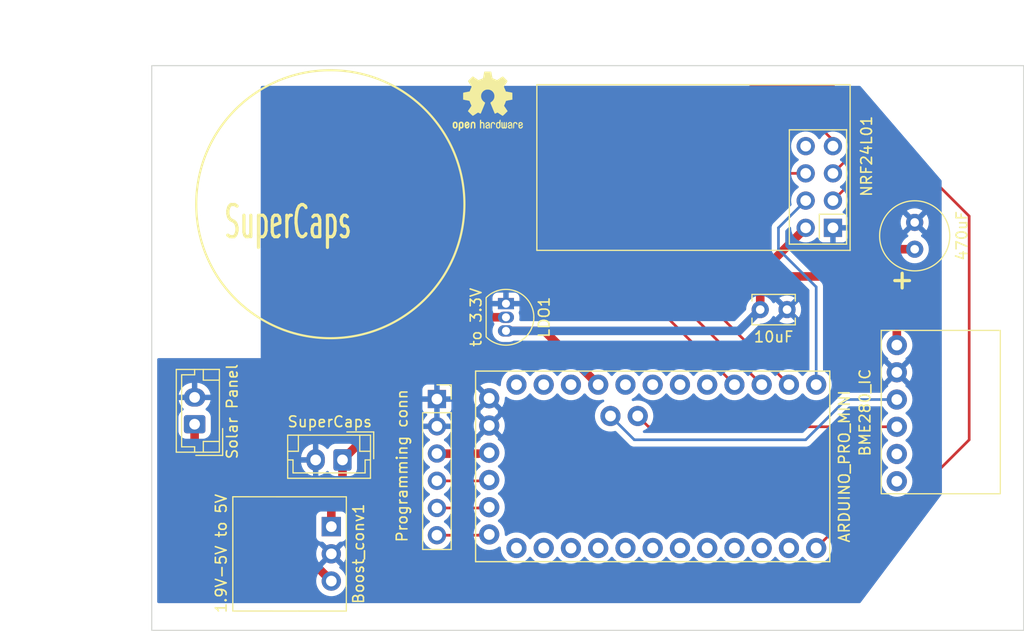
<source format=kicad_pcb>
(kicad_pcb (version 20211014) (generator pcbnew)
  (layers (0 "F.Cu" signal) (31 "B.Cu" signal) (34 "B.Paste" user) (35 "F.Paste" user) (36 "B.SilkS" user "B.Silkscreen") (37 "F.SilkS" user "F.Silkscreen") (38 "B.Mask" user) (39 "F.Mask" user) (44 "Edge.Cuts" user))
  (net 0 "")
  (net 1 "SuperCap")
  (net 2 "Solar Panel")
  (net 3 "GND")
  (net 4 "/VCC")
  (net 7 "Net-(U1-Pad3)")
  (net 8 "Net-(U1-Pad4)")
  (net 9 "Net-(U1-Pad5)")
  (net 10 "Net-(U1-Pad6)")
  (net 11 "Net-(U1-Pad7)")
  (net 26 "/TX")
  (net 27 "/RX")
  (net 28 "/DTR")
  (net 34 "Net-(U2-PadJP2_2)")
  (net 35 "Net-(U2-PadJP2_1)")
  (net 36 "/VCC1")
  (footprint "Symbol:OSHW-Logo2_7.3x6mm_SilkScreen" (layer "F.Cu") (at 191.342599 39.528863)
    (fp_text reference "REF**" hide)
    (fp_text value "OSHW-Logo2_7.3x6mm_SilkScreen" hide)
    (fp_poly (pts (xy 3.153595 1.966966) (xy 3.211021 2.004497) (xy 3.238719 2.038096) (xy 3.260662 2.099064) (xy 3.262405 2.147308) (xy 3.258457 2.211816) (xy 3.109686 2.276934) (xy 3.037349 2.310202) (xy 2.990084 2.336964) (xy 2.965507 2.360144) (xy 2.961237 2.382667) (xy 2.974889 2.407455) (xy 2.989943 2.423886) (xy 3.033746 2.450235) (xy 3.081389 2.452081) (xy 3.125145 2.431546) (xy 3.157289 2.390752) (xy 3.163038 2.376347) (xy 3.190576 2.331356) (xy 3.222258 2.312182) (xy 3.265714 2.295779) (xy 3.265714 2.357966) (xy 3.261872 2.400283) (xy 3.246823 2.435969) (xy 3.21528 2.476943) (xy 3.210592 2.482267) (xy 3.175506 2.51872) (xy 3.145347 2.538283) (xy 3.107615 2.547283) (xy 3.076335 2.55023) (xy 3.020385 2.550965) (xy 2.980555 2.54166) (xy 2.955708 2.527846) (xy 2.916656 2.497467) (xy 2.889625 2.464613) (xy 2.872517 2.423294) (xy 2.863238 2.367521) (xy 2.859693 2.291305) (xy 2.85941 2.252622) (xy 2.860372 2.206247) (xy 2.948007 2.206247) (xy 2.949023 2.231126) (xy 2.951556 2.2352) (xy 2.968274 2.229665) (xy 3.004249 2.215017) (xy 3.052331 2.19419) (xy 3.062386 2.189714) (xy 3.123152 2.158814) (xy 3.156632 2.131657) (xy 3.16399 2.10622) (xy 3.146391 2.080481) (xy 3.131856 2.069109) (xy 3.07941 2.046364) (xy 3.030322 2.050122) (xy 2.989227 2.077884) (xy 2.960758 2.127152) (xy 2.951631 2.166257) (xy 2.948007 2.206247) (xy 2.860372 2.206247) (xy 2.861285 2.162249) (xy 2.868196 2.095384) (xy 2.881884 2.046695) (xy 2.904096 2.010849) (xy 2.936574 1.982513) (xy 2.950733 1.973355) (xy 3.015053 1.949507) (xy 3.085473 1.948006) (xy 3.153595 1.966966)) (layer "F.SilkS") (width 0.01) (fill solid))
    (fp_poly (pts (xy -2.400256 1.919918) (xy -2.344799 1.947568) (xy -2.295852 1.99848) (xy -2.282371 2.017338) (xy -2.267686 2.042015) (xy -2.258158 2.068816) (xy -2.252707 2.104587) (xy -2.250253 2.156169) (xy -2.249714 2.224267) (xy -2.252148 2.317588) (xy -2.260606 2.387657) (xy -2.276826 2.439931) (xy -2.302546 2.479869) (xy -2.339503 2.512929) (xy -2.342218 2.514886) (xy -2.37864 2.534908) (xy -2.422498 2.544815) (xy -2.478276 2.547257) (xy -2.568952 2.547257) (xy -2.56899 2.635283) (xy -2.569834 2.684308) (xy -2.574976 2.713065) (xy -2.588413 2.730311) (xy -2.614142 2.744808) (xy -2.620321 2.747769) (xy -2.649236 2.761648) (xy -2.671624 2.770414) (xy -2.688271 2.771171) (xy -2.699964 2.761023) (xy -2.70749 2.737073) (xy -2.711634 2.696426) (xy -2.713185 2.636186) (xy -2.712929 2.553455) (xy -2.711651 2.445339) (xy -2.711252 2.413) (xy -2.709815 2.301524) (xy -2.708528 2.228603) (xy -2.569029 2.228603) (xy -2.568245 2.290499) (xy -2.56476 2.330997) (xy -2.556876 2.357708) (xy -2.542895 2.378244) (xy -2.533403 2.38826) (xy -2.494596 2.417567) (xy -2.460237 2.419952) (xy -2.424784 2.39575) (xy -2.423886 2.394857) (xy -2.409461 2.376153) (xy -2.400687 2.350732) (xy -2.396261 2.311584) (xy -2.394882 2.251697) (xy -2.394857 2.23843) (xy -2.398188 2.155901) (xy -2.409031 2.098691) (xy -2.42866 2.063766) (xy -2.45835 2.048094) (xy -2.475509 2.046514) (xy -2.516234 2.053926) (xy -2.544168 2.07833) (xy -2.560983 2.12298) (xy -2.56835 2.19113) (xy -2.569029 2.228603) (xy -2.708528 2.228603) (xy -2.708292 2.215245) (xy -2.706323 2.150333) (xy -2.70355 2.102958) (xy -2.699612 2.06929) (xy -2.694151 2.045498) (xy -2.686808 2.027753) (xy -2.677223 2.012224) (xy -2.673113 2.006381) (xy -2.618595 1.951185) (xy -2.549664 1.91989) (xy -2.469928 1.911165) (xy -2.400256 1.919918)) (layer "F.SilkS") (width 0.01) (fill solid))
    (fp_poly (pts (xy -2.958885 1.921962) (xy -2.890855 1.957733) (xy -2.840649 2.015301) (xy -2.822815 2.052312) (xy -2.808937 2.107882) (xy -2.801833 2.178096) (xy -2.80116 2.254727) (xy -2.806573 2.329552) (xy -2.81773 2.394342) (xy -2.834286 2.440873) (xy -2.839374 2.448887) (xy -2.899645 2.508707) (xy -2.971231 2.544535) (xy -3.048908 2.55502) (xy -3.127452 2.53881) (xy -3.149311 2.529092) (xy -3.191878 2.499143) (xy -3.229237 2.459433) (xy -3.232768 2.454397) (xy -3.247119 2.430124) (xy -3.256606 2.404178) (xy -3.26221 2.370022) (xy -3.264914 2.321119) (xy -3.265701 2.250935) (xy -3.265714 2.2352) (xy -3.265678 2.230192) (xy -3.120571 2.230192) (xy -3.119727 2.29643) (xy -3.116404 2.340386) (xy -3.109417 2.368779) (xy -3.097584 2.388325) (xy -3.091543 2.394857) (xy -3.056814 2.41968) (xy -3.023097 2.418548) (xy -2.989005 2.397016) (xy -2.968671 2.374029) (xy -2.956629 2.340478) (xy -2.949866 2.287569) (xy -2.949402 2.281399) (xy -2.948248 2.185513) (xy -2.960312 2.114299) (xy -2.98543 2.068194) (xy -3.02344 2.047635) (xy -3.037008 2.046514) (xy -3.072636 2.052152) (xy -3.097006 2.071686) (xy -3.111907 2.109042) (xy -3.119125 2.16815) (xy -3.120571 2.230192) (xy -3.265678 2.230192) (xy -3.265174 2.160413) (xy -3.262904 2.108159) (xy -3.257932 2.071949) (xy -3.249287 2.045299) (xy -3.235995 2.021722) (xy -3.233057 2.017338) (xy -3.183687 1.958249) (xy -3.129891 1.923947) (xy -3.064398 1.910331) (xy -3.042158 1.909665) (xy -2.958885 1.921962)) (layer "F.SilkS") (width 0.01) (fill solid))
    (fp_poly (pts (xy -1.831697 1.931239) (xy -1.774473 1.969735) (xy -1.730251 2.025335) (xy -1.703833 2.096086) (xy -1.69849 2.148162) (xy -1.699097 2.169893) (xy -1.704178 2.186531) (xy -1.718145 2.201437) (xy -1.745411 2.217973) (xy -1.790388 2.239498) (xy -1.857489 2.269374) (xy -1.857829 2.269524) (xy -1.919593 2.297813) (xy -1.970241 2.322933) (xy -2.004596 2.342179) (xy -2.017482 2.352848) (xy -2.017486 2.352934) (xy -2.006128 2.376166) (xy -1.979569 2.401774) (xy -1.949077 2.420221) (xy -1.93363 2.423886) (xy -1.891485 2.411212) (xy -1.855192 2.379471) (xy -1.837483 2.344572) (xy -1.820448 2.318845) (xy -1.787078 2.289546) (xy -1.747851 2.264235) (xy -1.713244 2.250471) (xy -1.706007 2.249714) (xy -1.697861 2.26216) (xy -1.69737 2.293972) (xy -1.703357 2.336866) (xy -1.714643 2.382558) (xy -1.73005 2.422761) (xy -1.730829 2.424322) (xy -1.777196 2.489062) (xy -1.837289 2.533097) (xy -1.905535 2.554711) (xy -1.976362 2.552185) (xy -2.044196 2.523804) (xy -2.047212 2.521808) (xy -2.100573 2.473448) (xy -2.13566 2.410352) (xy -2.155078 2.327387) (xy -2.157684 2.304078) (xy -2.162299 2.194055) (xy -2.156767 2.142748) (xy -2.017486 2.142748) (xy -2.015676 2.174753) (xy -2.005778 2.184093) (xy -1.981102 2.177105) (xy -1.942205 2.160587) (xy -1.898725 2.139881) (xy -1.897644 2.139333) (xy -1.860791 2.119949) (xy -1.846 2.107013) (xy -1.849647 2.093451) (xy -1.865005 2.075632) (xy -1.904077 2.049845) (xy -1.946154 2.04795) (xy -1.983897 2.066717) (xy -2.009966 2.102915) (xy -2.017486 2.142748) (xy -2.156767 2.142748) (xy -2.152806 2.106027) (xy -2.12845 2.036212) (xy -2.094544 1.987302) (xy -2.033347 1.937878) (xy -1.965937 1.913359) (xy -1.89712 1.911797) (xy -1.831697 1.931239)) (layer "F.SilkS") (width 0.01) (fill solid))
    (fp_poly (pts (xy -0.624114 1.851289) (xy -0.619861 1.910613) (xy -0.614975 1.945572) (xy -0.608205 1.96082) (xy -0.598298 1.961015) (xy -0.595086 1.959195) (xy -0.552356 1.946015) (xy -0.496773 1.946785) (xy -0.440263 1.960333) (xy -0.404918 1.977861) (xy -0.368679 2.005861) (xy -0.342187 2.037549) (xy -0.324001 2.077813) (xy -0.312678 2.131543) (xy -0.306778 2.203626) (xy -0.304857 2.298951) (xy -0.304823 2.317237) (xy -0.3048 2.522646) (xy -0.350509 2.53858) (xy -0.382973 2.54942) (xy -0.400785 2.554468) (xy -0.401309 2.554514) (xy -0.403063 2.540828) (xy -0.404556 2.503076) (xy -0.405674 2.446224) (xy -0.406303 2.375234) (xy -0.4064 2.332073) (xy -0.406602 2.246973) (xy -0.407642 2.185981) (xy -0.410169 2.144177) (xy -0.414836 2.116642) (xy -0.422293 2.098456) (xy -0.433189 2.084698) (xy -0.439993 2.078073) (xy -0.486728 2.051375) (xy -0.537728 2.049375) (xy -0.583999 2.071955) (xy -0.592556 2.080107) (xy -0.605107 2.095436) (xy -0.613812 2.113618) (xy -0.619369 2.139909) (xy -0.622474 2.179562) (xy -0.623824 2.237832) (xy -0.624114 2.318173) (xy -0.624114 2.522646) (xy -0.669823 2.53858) (xy -0.702287 2.54942) (xy -0.720099 2.554468) (xy -0.720623 2.554514) (xy -0.721963 2.540623) (xy -0.723172 2.501439) (xy -0.724199 2.4407) (xy -0.724998 2.362141) (xy -0.725519 2.269498) (xy -0.725714 2.166509) (xy -0.725714 1.769342) (xy -0.678543 1.749444) (xy -0.631371 1.729547) (xy -0.624114 1.851289)) (layer "F.SilkS") (width 0.01) (fill solid))
    (fp_poly (pts (xy 0.039744 1.950968) (xy 0.096616 1.972087) (xy 0.097267 1.972493) (xy 0.13244 1.99838) (xy 0.158407 2.028633) (xy 0.17667 2.068058) (xy 0.188732 2.121462) (xy 0.196096 2.193651) (xy 0.200264 2.289432) (xy 0.200629 2.303078) (xy 0.205876 2.508842) (xy 0.161716 2.531678) (xy 0.129763 2.54711) (xy 0.11047 2.554423) (xy 0.109578 2.554514) (xy 0.106239 2.541022) (xy 0.103587 2.504626) (xy 0.101956 2.451452) (xy 0.1016 2.408393) (xy 0.101592 2.338641) (xy 0.098403 2.294837) (xy 0.087288 2.273944) (xy 0.063501 2.272925) (xy 0.022296 2.288741) (xy -0.039914 2.317815) (xy -0.085659 2.341963) (xy -0.109187 2.362913) (xy -0.116104 2.385747) (xy -0.116114 2.386877) (xy -0.104701 2.426212) (xy -0.070908 2.447462) (xy -0.019191 2.450539) (xy 0.018061 2.450006) (xy 0.037703 2.460735) (xy 0.049952 2.486505) (xy 0.057002 2.519337) (xy 0.046842 2.537966) (xy 0.043017 2.540632) (xy 0.007001 2.55134) (xy -0.043434 2.552856) (xy -0.095374 2.545759) (xy -0.132178 2.532788) (xy -0.183062 2.489585) (xy -0.211986 2.429446) (xy -0.217714 2.382462) (xy -0.213343 2.340082) (xy -0.197525 2.305488) (xy -0.166203 2.274763) (xy -0.115322 2.24399) (xy -0.040824 2.209252) (xy -0.036286 2.207288) (xy 0.030821 2.176287) (xy 0.072232 2.150862) (xy 0.089981 2.128014) (xy 0.086107 2.104745) (xy 0.062643 2.078056) (xy 0.055627 2.071914) (xy 0.00863 2.0481) (xy -0.040067 2.049103) (xy -0.082478 2.072451) (xy -0.110616 2.115675) (xy -0.113231 2.12416) (xy -0.138692 2.165308) (xy -0.170999 2.185128) (xy -0.217714 2.20477) (xy -0.217714 2.15395) (xy -0.203504 2.080082) (xy -0.161325 2.012327) (xy -0.139376 1.989661) (xy -0.089483 1.960569) (xy -0.026033 1.9474) (xy 0.039744 1.950968)) (layer "F.SilkS") (width 0.01) (fill solid))
    (fp_poly (pts (xy 0.10391 -2.757652) (xy 0.182454 -2.757222) (xy 0.239298 -2.756058) (xy 0.278105 -2.753793) (xy 0.302538 -2.75006) (xy 0.316262 -2.744494) (xy 0.32294 -2.736727) (xy 0.326236 -2.726395) (xy 0.326556 -2.725057) (xy 0.331562 -2.700921) (xy 0.340829 -2.653299) (xy 0.353392 -2.587259) (xy 0.368287 -2.507872) (xy 0.384551 -2.420204) (xy 0.385119 -2.417125) (xy 0.40141 -2.331211) (xy 0.416652 -2.255304) (xy 0.429861 -2.193955) (xy 0.440054 -2.151718) (xy 0.446248 -2.133145) (xy 0.446543 -2.132816) (xy 0.464788 -2.123747) (xy 0.502405 -2.108633) (xy 0.551271 -2.090738) (xy 0.551543 -2.090642) (xy 0.613093 -2.067507) (xy 0.685657 -2.038035) (xy 0.754057 -2.008403) (xy 0.757294 -2.006938) (xy 0.868702 -1.956374) (xy 1.115399 -2.12484) (xy 1.191077 -2.176197) (xy 1.259631 -2.222111) (xy 1.317088 -2.25997) (xy 1.359476 -2.287163) (xy 1.382825 -2.301079) (xy 1.385042 -2.302111) (xy 1.40201 -2.297516) (xy 1.433701 -2.275345) (xy 1.481352 -2.234553) (xy 1.546198 -2.174095) (xy 1.612397 -2.109773) (xy 1.676214 -2.046388) (xy 1.733329 -1.988549) (xy 1.780305 -1.939825) (xy 1.813703 -1.90379) (xy 1.830085 -1.884016) (xy 1.830694 -1.882998) (xy 1.832505 -1.869428) (xy 1.825683 -1.847267) (xy 1.80854 -1.813522) (xy 1.779393 -1.7652) (xy 1.736555 -1.699308) (xy 1.679448 -1.614483) (xy 1.628766 -1.539823) (xy 1.583461 -1.47286) (xy 1.54615 -1.417484) (xy 1.519452 -1.37758) (xy 1.505985 -1.357038) (xy 1.505137 -1.355644) (xy 1.506781 -1.335962) (xy 1.519245 -1.297707) (xy 1.540048 -1.248111) (xy 1.547462 -1.232272) (xy 1.579814 -1.16171) (xy 1.614328 -1.081647) (xy 1.642365 -1.012371) (xy 1.662568 -0.960955) (xy 1.678615 -0.921881) (xy 1.687888 -0.901459) (xy 1.689041 -0.899886) (xy 1.706096 -0.897279) (xy 1.746298 -0.890137) (xy 1.804302 -0.879477) (xy 1.874763 -0.866315) (xy 1.952335 -0.851667) (xy 2.031672 -0.836551) (xy 2.107431 -0.821982) (xy 2.174264 -0.808978) (xy 2.226828 -0.798555) (xy 2.259776 -0.79173) (xy 2.267857 -0.789801) (xy 2.276205 -0.785038) (xy 2.282506 -0.774282) (xy 2.287045 -0.753902) (xy 2.290104 -0.720266) (xy 2.291967 -0.669745) (xy 2.292918 -0.598708) (xy 2.29324 -0.503524) (xy 2.293257 -0.464508) (xy 2.293257 -0.147201) (xy 2.217057 -0.132161) (xy 2.174663 -0.124005) (xy 2.1114 -0.112101) (xy 2.034962 -0.097884) (xy 1.953043 -0.08279) (xy 1.9304 -0.078645) (xy 1.854806 -0.063947) (xy 1.788953 -0.049495) (xy 1.738366 -0.036625) (xy 1.708574 -0.026678) (xy 1.703612 -0.023713) (xy 1.691426 -0.002717) (xy 1.673953 0.037967) (xy 1.654577 0.090322) (xy 1.650734 0.1016) (xy 1.625339 0.171523) (xy 1.593817 0.250418) (xy 1.562969 0.321266) (xy 1.562817 0.321595) (xy 1.511447 0.432733) (xy 1.680399 0.681253) (xy 1.849352 0.929772) (xy 1.632429 1.147058) (xy 1.566819 1.211726) (xy 1.506979 1.268733) (xy 1.456267 1.315033) (xy 1.418046 1.347584) (xy 1.395675 1.363343) (xy 1.392466 1.364343) (xy 1.373626 1.356469) (xy 1.33518 1.334578) (xy 1.28133 1.301267) (xy 1.216276 1.259131) (xy 1.14594 1.211943) (xy 1.074555 1.16381) (xy 1.010908 1.121928) (xy 0.959041 1.088871) (xy 0.922995 1.067218) (xy 0.906867 1.059543) (xy 0.887189 1.066037) (xy 0.849875 1.08315) (xy 0.802621 1.107326) (xy 0.797612 1.110013) (xy 0.733977 1.141927) (xy 0.690341 1.157579) (xy 0.663202 1.157745) (xy 0.649057 1.143204) (xy 0.648975 1.143) (xy 0.641905 1.125779) (xy 0.625042 1.084899) (xy 0.599695 1.023525) (xy 0.567171 0.944819) (xy 0.528778 0.851947) (xy 0.485822 0.748072) (xy 0.444222 0.647502) (xy 0.398504 0.536516) (xy 0.356526 0.433703) (xy 0.319548 0.342215) (xy 0.288827 0.265201) (xy 0.265622 0.205815) (xy 0.25119 0.167209) (xy 0.246743 0.1528) (xy 0.257896 0.136272) (xy 0.287069 0.10993) (xy 0.325971 0.080887) (xy 0.436757 -0.010961) (xy 0.523351 -0.116241) (xy 0.584716 -0.232734) (xy 0.619815 -0.358224) (xy 0.627608 -0.490493) (xy 0.621943 -0.551543) (xy 0.591078 -0.678205) (xy 0.53792 -0.790059) (xy 0.465767 -0.885999) (xy 0.377917 -0.964924) (xy 0.277665 -1.02573) (xy 0.16831 -1.067313) (xy 0.053147 -1.088572) (xy -0.064525 -1.088401) (xy -0.18141 -1.065699) (xy -0.294211 -1.019362) (xy -0.399631 -0.948287) (xy -0.443632 -0.908089) (xy -0.528021 -0.804871) (xy -0.586778 -0.692075) (xy -0.620296 -0.57299) (xy -0.628965 -0.450905) (xy -0.613177 -0.329107) (xy -0.573322 -0.210884) (xy -0.509793 -0.099525) (xy -0.422979 0.001684) (xy -0.325971 0.080887) (xy -0.285563 0.111162) (xy -0.257018 0.137219) (xy -0.246743 0.152825) (xy -0.252123 0.169843) (xy -0.267425 0.2105) (xy -0.291388 0.271642) (xy -0.322756 0.350119) (xy -0.360268 0.44278) (xy -0.402667 0.546472) (xy -0.444337 0.647526) (xy -0.49031 0.758607) (xy -0.532893 0.861541) (xy -0.570779 0.953165) (xy -0.60266 1.030316) (xy -0.627229 1.089831) (xy -0.64318 1.128544) (xy -0.64909 1.143) (xy -0.663052 1.157685) (xy -0.69006 1.157642) (xy -0.733587 1.142099) (xy -0.79711 1.110284) (xy -0.797612 1.110013) (xy -0.84544 1.085323) (xy -0.884103 1.067338) (xy -0.905905 1.059614) (xy -0.906867 1.059543) (xy -0.923279 1.067378) (xy -0.959513 1.089165) (xy -1.011526 1.122328) (xy -1.075275 1.164291) (xy -1.14594 1.211943) (xy -1.217884 1.260191) (xy -1.282726 1.302151) (xy -1.336265 1.335227) (xy -1.374303 1.356821) (xy -1.392467 1.364343) (xy -1.409192 1.354457) (xy -1.44282 1.326826) (xy -1.48999 1.284495) (xy -1.547342 1.230505) (xy -1.611516 1.167899) (xy -1.632503 1.146983) (xy -1.849501 0.929623) (xy -1.684332 0.68722) (xy -1.634136 0.612781) (xy -1.590081 0.545972) (xy -1.554638 0.490665) (xy -1.530281 0.450729) (xy -1.519478 0.430036) (xy -1.519162 0.428563) (xy -1.524857 0.409058) (xy -1.540174 0.369822) (xy -1.562463 0.31743) (xy -1.578107 0.282355) (xy -1.607359 0.215201) (xy -1.634906 0.147358) (xy -1.656263 0.090034) (xy -1.662065 0.072572) (xy -1.678548 0.025938) (xy -1.69466 -0.010095) (xy -1.70351 -0.023713) (xy -1.72304 -0.032048) (xy -1.765666 -0.043863) (xy -1.825855 -0.057819) (xy -1.898078 -0.072578) (xy -1.9304 -0.078645) (xy -2.012478 -0.093727) (xy -2.091205 -0.108331) (xy -2.158891 -0.12102) (xy -2.20784 -0.130358) (xy -2.217057 -0.132161) (xy -2.293257 -0.147201) (xy -2.293257 -0.464508) (xy -2.293086 -0.568846) (xy -2.292384 -0.647787) (xy -2.290866 -0.704962) (xy -2.288251 -0.744001) (xy -2.284254 -0.768535) (xy -2.278591 -0.782195) (xy -2.27098 -0.788611) (xy -2.267857 -0.789801) (xy -2.249022 -0.79402) (xy -2.207412 -0.802438) (xy -2.14837 -0.814039) (xy -2.077243 -0.827805) (xy -1.999375 -0.84272) (xy -1.920113 -0.857768) (xy -1.844802 -0.871931) (xy -1.778787 -0.884194) (xy -1.727413 -0.893539) (xy -1.696025 -0.89895) (xy -1.689041 -0.899886) (xy -1.682715 -0.912404) (xy -1.66871 -0.945754) (xy -1.649645 -0.993623) (xy -1.642366 -1.012371) (xy -1.613004 -1.084805) (xy -1.578429 -1.16483) (xy -1.547463 -1.232272) (xy -1.524677 -1.283841) (xy -1.509518 -1.326215) (xy -1.504458 -1.352166) (xy -1.505264 -1.355644) (xy -1.515959 -1.372064) (xy -1.54038 -1.408583) (xy -1.575905 -1.461313) (xy -1.619913 -1.526365) (xy -1.669783 -1.599849) (xy -1.679644 -1.614355) (xy -1.737508 -1.700296) (xy -1.780044 -1.765739) (xy -1.808946 -1.813696) (xy -1.82591 -1.84718) (xy -1.832633 -1.869205) (xy -1.83081 -1.882783) (xy -1.830764 -1.882869) (xy -1.816414 -1.900703) (xy -1.784677 -1.935183) (xy -1.73899 -1.982732) (xy -1.682796 -2.039778) (xy -1.619532 -2.102745) (xy -1.612398 -2.109773) (xy -1.53267 -2.18698) (xy -1.471143 -2.24367) (xy -1.426579 -2.28089) (xy -1.397743 -2.299685) (xy -1.385042 -2.302111) (xy -1.366506 -2.291529) (xy -1.328039 -2.267084) (xy -1.273614 -2.231388) (xy -1.207202 -2.187053) (xy -1.132775 -2.136689) (xy -1.115399 -2.12484) (xy -0.868703 -1.956374) (xy -0.757294 -2.006938) (xy -0.689543 -2.036405) (xy -0.616817 -2.066041) (xy -0.554297 -2.08967) (xy -0.551543 -2.090642) (xy -0.50264 -2.108543) (xy -0.464943 -2.12368) (xy -0.446575 -2.13279) (xy -0.446544 -2.132816) (xy -0.440715 -2.149283) (xy -0.430808 -2.189781) (xy -0.417805 -2.249758) (xy -0.402691 -2.32466) (xy -0.386448 -2.409936) (xy -0.385119 -2.417125) (xy -0.368825 -2.504986) (xy -0.353867 -2.58474) (xy -0.341209 -2.651319) (xy -0.331814 -2.699653) (xy -0.326646 -2.724675) (xy -0.326556 -2.725057) (xy -0.323411 -2.735701) (xy -0.317296 -2.743738) (xy -0.304547 -2.749533) (xy -0.2815 -2.753453) (xy -0.244491 -2.755865) (xy -0.189856 -2.757135) (xy -0.113933 -2.757629) (xy -0.013056 -2.757714) (xy 0 -2.757714) (xy 0.10391 -2.757652)) (layer "F.SilkS") (width 0.01) (fill solid))
    (fp_poly (pts (xy 1.779833 1.958663) (xy 1.782048 1.99685) (xy 1.783784 2.054886) (xy 1.784899 2.12818) (xy 1.785257 2.205055) (xy 1.785257 2.465196) (xy 1.739326 2.511127) (xy 1.707675 2.539429) (xy 1.67989 2.550893) (xy 1.641915 2.550168) (xy 1.62684 2.548321) (xy 1.579726 2.542948) (xy 1.540756 2.539869) (xy 1.531257 2.539585) (xy 1.499233 2.541445) (xy 1.453432 2.546114) (xy 1.435674 2.548321) (xy 1.392057 2.551735) (xy 1.362745 2.54432) (xy 1.33368 2.521427) (xy 1.323188 2.511127) (xy 1.277257 2.465196) (xy 1.277257 1.978602) (xy 1.314226 1.961758) (xy 1.346059 1.949282) (xy 1.364683 1.944914) (xy 1.369458 1.958718) (xy 1.373921 1.997286) (xy 1.377775 2.056356) (xy 1.380722 2.131663) (xy 1.382143 2.195286) (xy 1.386114 2.445657) (xy 1.420759 2.450556) (xy 1.452268 2.447131) (xy 1.467708 2.436041) (xy 1.472023 2.415308) (xy 1.475708 2.371145) (xy 1.478469 2.309146) (xy 1.480012 2.234909) (xy 1.480235 2.196706) (xy 1.480457 1.976783) (xy 1.526166 1.960849) (xy 1.558518 1.950015) (xy 1.576115 1.944962) (xy 1.576623 1.944914) (xy 1.578388 1.958648) (xy 1.580329 1.99673) (xy 1.582282 2.054482) (xy 1.584084 2.127227) (xy 1.585343 2.195286) (xy 1.589314 2.445657) (xy 1.6764 2.445657) (xy 1.680396 2.21724) (xy 1.684392 1.988822) (xy 1.726847 1.966868) (xy 1.758192 1.951793) (xy 1.776744 1.944951) (xy 1.777279 1.944914) (xy 1.779833 1.958663)) (layer "F.SilkS") (width 0.01) (fill solid))
    (fp_poly (pts (xy 2.6526 1.958752) (xy 2.669948 1.966334) (xy 2.711356 1.999128) (xy 2.746765 2.046547) (xy 2.768664 2.097151) (xy 2.772229 2.122098) (xy 2.760279 2.156927) (xy 2.734067 2.175357) (xy 2.705964 2.186516) (xy 2.693095 2.188572) (xy 2.686829 2.173649) (xy 2.674456 2.141175) (xy 2.669028 2.126502) (xy 2.63859 2.075744) (xy 2.59452 2.050427) (xy 2.53801 2.051206) (xy 2.533825 2.052203) (xy 2.503655 2.066507) (xy 2.481476 2.094393) (xy 2.466327 2.139287) (xy 2.45725 2.204615) (xy 2.453286 2.293804) (xy 2.452914 2.341261) (xy 2.45273 2.416071) (xy 2.451522 2.467069) (xy 2.448309 2.499471) (xy 2.442109 2.518495) (xy 2.43194 2.529356) (xy 2.416819 2.537272) (xy 2.415946 2.53767) (xy 2.386828 2.549981) (xy 2.372403 2.554514) (xy 2.370186 2.540809) (xy 2.368289 2.502925) (xy 2.366847 2.445715) (xy 2.365998 2.374027) (xy 2.365829 2.321565) (xy 2.366692 2.220047) (xy 2.37007 2.143032) (xy 2.377142 2.086023) (xy 2.389088 2.044526) (xy 2.40709 2.014043) (xy 2.432327 1.99008) (xy 2.457247 1.973355) (xy 2.517171 1.951097) (xy 2.586911 1.946076) (xy 2.6526 1.958752)) (layer "F.SilkS") (width 0.01) (fill solid))
    (fp_poly (pts (xy 1.190117 2.065358) (xy 1.189933 2.173837) (xy 1.189219 2.257287) (xy 1.187675 2.319704) (xy 1.185001 2.365085) (xy 1.180894 2.397429) (xy 1.175055 2.420733) (xy 1.167182 2.438995) (xy 1.161221 2.449418) (xy 1.111855 2.505945) (xy 1.049264 2.541377) (xy 0.980013 2.55409) (xy 0.910668 2.542463) (xy 0.869375 2.521568) (xy 0.826025 2.485422) (xy 0.796481 2.441276) (xy 0.778655 2.383462) (xy 0.770463 2.306313) (xy 0.769302 2.249714) (xy 0.769458 2.245647) (xy 0.870857 2.245647) (xy 0.871476 2.31055) (xy 0.874314 2.353514) (xy 0.88084 2.381622) (xy 0.892523 2.401953) (xy 0.906483 2.417288) (xy 0.953365 2.44689) (xy 1.003701 2.449419) (xy 1.051276 2.424705) (xy 1.054979 2.421356) (xy 1.070783 2.403935) (xy 1.080693 2.383209) (xy 1.086058 2.352362) (xy 1.088228 2.304577) (xy 1.088571 2.251748) (xy 1.087827 2.185381) (xy 1.084748 2.141106) (xy 1.078061 2.112009) (xy 1.066496 2.091173) (xy 1.057013 2.080107) (xy 1.01296 2.052198) (xy 0.962224 2.048843) (xy 0.913796 2.070159) (xy 0.90445 2.078073) (xy 0.88854 2.095647) (xy 0.87861 2.116587) (xy 0.873278 2.147782) (xy 0.871163 2.196122) (xy 0.870857 2.245647) (xy 0.769458 2.245647) (xy 0.77281 2.158568) (xy 0.784726 2.090086) (xy 0.807135 2.0386) (xy 0.842124 1.998443) (xy 0.869375 1.977861) (xy 0.918907 1.955625) (xy 0.976316 1.945304) (xy 1.029682 1.948067) (xy 1.059543 1.959212) (xy 1.071261 1.962383) (xy 1.079037 1.950557) (xy 1.084465 1.918866) (xy 1.088571 1.870593) (xy 1.093067 1.816829) (xy 1.099313 1.784482) (xy 1.110676 1.765985) (xy 1.130528 1.75377) (xy 1.143 1.748362) (xy 1.190171 1.728601) (xy 1.190117 2.065358)) (layer "F.SilkS") (width 0.01) (fill solid))
    (fp_poly (pts (xy 2.144876 1.956335) (xy 2.186667 1.975344) (xy 2.219469 1.998378) (xy 2.243503 2.024133) (xy 2.260097 2.057358) (xy 2.270577 2.1028) (xy 2.276271 2.165207) (xy 2.278507 2.249327) (xy 2.278743 2.304721) (xy 2.278743 2.520826) (xy 2.241774 2.53767) (xy 2.212656 2.549981) (xy 2.198231 2.554514) (xy 2.195472 2.541025) (xy 2.193282 2.504653) (xy 2.191942 2.451542) (xy 2.191657 2.409372) (xy 2.190434 2.348447) (xy 2.187136 2.300115) (xy 2.182321 2.270518) (xy 2.178496 2.264229) (xy 2.152783 2.270652) (xy 2.112418 2.287125) (xy 2.065679 2.309458) (xy 2.020845 2.333457) (xy 1.986193 2.35493) (xy 1.970002 2.369685) (xy 1.969938 2.369845) (xy 1.97133 2.397152) (xy 1.983818 2.423219) (xy 2.005743 2.444392) (xy 2.037743 2.451474) (xy 2.065092 2.450649) (xy 2.103826 2.450042) (xy 2.124158 2.459116) (xy 2.136369 2.483092) (xy 2.137909 2.487613) (xy 2.143203 2.521806) (xy 2.129047 2.542568) (xy 2.092148 2.552462) (xy 2.052289 2.554292) (xy 1.980562 2.540727) (xy 1.943432 2.521355) (xy 1.897576 2.475845) (xy 1.873256 2.419983) (xy 1.871073 2.360957) (xy 1.891629 2.305953) (xy 1.922549 2.271486) (xy 1.95342 2.252189) (xy 2.001942 2.227759) (xy 2.058485 2.202985) (xy 2.06791 2.199199) (xy 2.130019 2.171791) (xy 2.165822 2.147634) (xy 2.177337 2.123619) (xy 2.16658 2.096635) (xy 2.148114 2.075543) (xy 2.104469 2.049572) (xy 2.056446 2.047624) (xy 2.012406 2.067637) (xy 1.980709 2.107551) (xy 1.976549 2.117848) (xy 1.952327 2.155724) (xy 1.916965 2.183842) (xy 1.872343 2.206917) (xy 1.872343 2.141485) (xy 1.874969 2.101506) (xy 1.88623 2.069997) (xy 1.911199 2.036378) (xy 1.935169 2.010484) (xy 1.972441 1.973817) (xy 2.001401 1.954121) (xy 2.032505 1.94622) (xy 2.067713 1.944914) (xy 2.144876 1.956335)) (layer "F.SilkS") (width 0.01) (fill solid))
    (fp_poly (pts (xy 0.529926 1.949755) (xy 0.595858 1.974084) (xy 0.649273 2.017117) (xy 0.670164 2.047409) (xy 0.692939 2.102994) (xy 0.692466 2.143186) (xy 0.668562 2.170217) (xy 0.659717 2.174813) (xy 0.62153 2.189144) (xy 0.602028 2.185472) (xy 0.595422 2.161407) (xy 0.595086 2.148114) (xy 0.582992 2.09921) (xy 0.551471 2.064999) (xy 0.507659 2.048476) (xy 0.458695 2.052634) (xy 0.418894 2.074227) (xy 0.40545 2.086544) (xy 0.395921 2.101487) (xy 0.389485 2.124075) (xy 0.385317 2.159328) (xy 0.382597 2.212266) (xy 0.380502 2.287907) (xy 0.37996 2.311857) (xy 0.377981 2.39379) (xy 0.375731 2.451455) (xy 0.372357 2.489608) (xy 0.367006 2.513004) (xy 0.358824 2.526398) (xy 0.346959 2.534545) (xy 0.339362 2.538144) (xy 0.307102 2.550452) (xy 0.288111 2.554514) (xy 0.281836 2.540948) (xy 0.278006 2.499934) (xy 0.2766 2.430999) (xy 0.277598 2.333669) (xy 0.277908 2.318657) (xy 0.280101 2.229859) (xy 0.282693 2.165019) (xy 0.286382 2.119067) (xy 0.291864 2.086935) (xy 0.299835 2.063553) (xy 0.310993 2.043852) (xy 0.31683 2.03541) (xy 0.350296 1.998057) (xy 0.387727 1.969003) (xy 0.392309 1.966467) (xy 0.459426 1.946443) (xy 0.529926 1.949755)) (layer "F.SilkS") (width 0.01) (fill solid))
    (fp_poly (pts (xy -1.283907 1.92778) (xy -1.237328 1.954723) (xy -1.204943 1.981466) (xy -1.181258 2.009484) (xy -1.164941 2.043748) (xy -1.154661 2.089227) (xy -1.149086 2.150892) (xy -1.146884 2.233711) (xy -1.146629 2.293246) (xy -1.146629 2.512391) (xy -1.208314 2.540044) (xy -1.27 2.567697) (xy -1.277257 2.32767) (xy -1.280256 2.238028) (xy -1.283402 2.172962) (xy -1.287299 2.128026) (xy -1.292553 2.09877) (xy -1.299769 2.080748) (xy -1.30955 2.069511) (xy -1.312688 2.067079) (xy -1.360239 2.048083) (xy -1.408303 2.0556) (xy -1.436914 2.075543) (xy -1.448553 2.089675) (xy -1.456609 2.10822) (xy -1.461729 2.136334) (xy -1.464559 2.179173) (xy -1.465744 2.241895) (xy -1.465943 2.307261) (xy -1.465982 2.389268) (xy -1.467386 2.447316) (xy -1.472086 2.486465) (xy -1.482013 2.51178) (xy -1.499097 2.528323) (xy -1.525268 2.541156) (xy -1.560225 2.554491) (xy -1.598404 2.569007) (xy -1.593859 2.311389) (xy -1.592029 2.218519) (xy -1.589888 2.149889) (xy -1.586819 2.100711) (xy -1.582206 2.066198) (xy -1.575432 2.041562) (xy -1.565881 2.022016) (xy -1.554366 2.00477) (xy -1.49881 1.94968) (xy -1.43102 1.917822) (xy -1.357287 1.910191) (xy -1.283907 1.92778)) (layer "F.SilkS") (width 0.01) (fill solid))
  )
  (footprint "MountingHole:MountingHole_3.2mm_M3" (layer "F.Cu") (at 236.22 40.64)
    (fp_text reference "REF**" hide)
    (fp_text value "MountingHole_3.2mm_M3" hide)
    (pad "" np_thru_hole circle (at 0 0) (size 3.2 3.2) (drill 3.2) (layers *.Cu *.Mask))
  )
  (footprint "Sensor:BME280_IC" (layer "F.Cu") (at 233.68 68.58)
    (fp_text reference "Sensor1" hide)
    (fp_text value "BME280_IC" (at -7.174118 0 90 unlocked) (layer "F.SilkS"))
    (fp_rect (start -5.659594 -7.666656) (end 5.440406 7.573344) (layer "F.SilkS") (width 0.12) (fill none))
    (pad "1" thru_hole circle (at -4.206437 -6.295129) (size 1.88 1.88) (drill 1) (layers *.Cu *.Mask) (net 4 "/VCC"))
    (pad "2" thru_hole circle (at -4.206437 -3.755129) (size 1.88 1.88) (drill 1) (layers *.Cu *.Mask) (net 3 "GND"))
    (pad "3" thru_hole circle (at -4.206437 -1.215129) (size 1.88 1.88) (drill 1) (layers *.Cu *.Mask) (net 34 "Net-(U2-PadJP2_2)"))
    (pad "4" thru_hole circle (at -4.206437 1.324871) (size 1.88 1.88) (drill 1) (layers *.Cu *.Mask) (net 35 "Net-(U2-PadJP2_1)"))
    (pad "5" thru_hole circle (at -4.206437 3.864871) (size 1.88 1.88) (drill 1) (layers *.Cu *.Mask))
    (pad "6" thru_hole circle (at -4.206437 6.404871) (size 1.88 1.88) (drill 1) (layers *.Cu *.Mask))
  )
  (footprint "MountingHole:MountingHole_3.2mm_M3" (layer "F.Cu") (at 163.780082 59.299944)
    (fp_text reference "REF**" hide)
    (fp_text value "MountingHole_3.2mm_M3" hide)
    (pad "" np_thru_hole circle (at 0 0) (size 3.2 3.2) (drill 3.2) (layers *.Cu *.Mask))
  )
  (footprint "MountingHole:MountingHole_3.2mm_M3" (layer "F.Cu") (at 236.22 83.82)
    (fp_text reference "REF**" hide)
    (fp_text value "MountingHole_3.2mm_M3" hide)
    (pad "" np_thru_hole circle (at 0 0) (size 3.2 3.2) (drill 3.2) (layers *.Cu *.Mask))
  )
  (footprint "Connector_JST:JST_EH_B2B-EH-A_1x02_P2.50mm_Vertical" (layer "F.Cu") (at 164.017585 69.665143 90)
    (fp_text reference "J1" hide)
    (fp_text value "Solar Panel" (at 1.181194 3.501527 90) (layer "F.SilkS"))
    (fp_line (start 4.61 -1.21) (end 4.61 0) (layer "F.SilkS") (width 0.12))
    (fp_line (start -2.11 -1.21) (end 4.61 -1.21) (layer "F.SilkS") (width 0.12))
    (fp_line (start -2.61 0.81) (end -1.61 0.81) (layer "F.SilkS") (width 0.12))
    (fp_line (start 5.11 0.81) (end 4.11 0.81) (layer "F.SilkS") (width 0.12))
    (fp_line (start -2.11 0) (end -2.11 -1.21) (layer "F.SilkS") (width 0.12))
    (fp_line (start -1.61 0.81) (end -1.61 2.31) (layer "F.SilkS") (width 0.12))
    (fp_line (start 5.11 -1.71) (end -2.61 -1.71) (layer "F.SilkS") (width 0.12))
    (fp_line (start 5.11 2.31) (end 5.11 -1.71) (layer "F.SilkS") (width 0.12))
    (fp_line (start 4.61 0) (end 5.11 0) (layer "F.SilkS") (width 0.12))
    (fp_line (start -2.61 -1.71) (end -2.61 2.31) (layer "F.SilkS") (width 0.12))
    (fp_line (start -2.61 2.31) (end 5.11 2.31) (layer "F.SilkS") (width 0.12))
    (fp_line (start -2.91 0.11) (end -2.91 2.61) (layer "F.SilkS") (width 0.12))
    (fp_line (start -2.91 2.61) (end -0.41 2.61) (layer "F.SilkS") (width 0.12))
    (fp_line (start 4.11 0.81) (end 4.11 2.31) (layer "F.SilkS") (width 0.12))
    (fp_line (start -2.61 0) (end -2.11 0) (layer "F.SilkS") (width 0.12))
    (pad "1" thru_hole roundrect (at 0 0 90) (size 1.7 2) (drill 1) (layers *.Cu *.Mask) (roundrect_rratio 0.1470588235) (net 2 "Solar Panel"))
    (pad "2" thru_hole oval (at 2.5 0 90) (size 1.7 2) (drill 1) (layers *.Cu *.Mask) (net 3 "GND"))
  )
  (footprint "footprints:MODULE_ARDUINO_PRO_MINI" (layer "F.Cu") (at 206.718383 73.599254 90)
    (fp_text reference "U2" hide)
    (fp_text value "ARDUINO_PRO_MINI" (at 0 17.865 90) (layer "F.SilkS"))
    (fp_line (start 8.89 16.51) (end 8.89 -16.51) (layer "F.SilkS") (width 0.127))
    (fp_line (start 8.89 -16.51) (end -8.89 -16.51) (layer "F.SilkS") (width 0.127))
    (fp_line (start -8.89 16.51) (end 8.89 16.51) (layer "F.SilkS") (width 0.127))
    (fp_line (start -8.89 -16.51) (end -8.89 16.51) (layer "F.SilkS") (width 0.127))
    (pad "JP1_1" thru_hole circle (at -6.35 -15.24 90) (size 1.8796 1.8796) (drill 1.016) (layers *.Cu *.Mask) (net 28 "/DTR"))
    (pad "JP1_2" thru_hole circle (at -3.81 -15.24 90) (size 1.8796 1.8796) (drill 1.016) (layers *.Cu *.Mask) (net 26 "/TX"))
    (pad "JP1_3" thru_hole circle (at -1.27 -15.24 90) (size 1.8796 1.8796) (drill 1.016) (layers *.Cu *.Mask) (net 27 "/RX"))
    (pad "JP1_4" thru_hole circle (at 7.62 -5.08 90) (size 1.8796 1.8796) (drill 1.016) (layers *.Cu *.Mask) (net 4 "/VCC"))
    (pad "JP1_5" thru_hole circle (at 3.81 -15.24 90) (size 1.8796 1.8796) (drill 1.016) (layers *.Cu *.Mask) (net 3 "GND"))
    (pad "JP1_6" thru_hole circle (at 6.35 -15.24 90) (size 1.8796 1.8796) (drill 1.016) (layers *.Cu *.Mask) (net 3 "GND"))
    (pad "JP2_1" thru_hole circle (at 4.699 -1.397 90) (size 1.8796 1.8796) (drill 1.016) (layers *.Cu *.Mask) (net 35 "Net-(U2-PadJP2_1)"))
    (pad "JP2_2" thru_hole circle (at 4.699 -3.937 90) (size 1.8796 1.8796) (drill 1.016) (layers *.Cu *.Mask) (net 34 "Net-(U2-PadJP2_2)"))
    (pad "JP6_1" thru_hole circle (at 7.62 -12.7 90) (size 1.8796 1.8796) (drill 1.016) (layers *.Cu *.Mask))
    (pad "JP6_2" thru_hole circle (at 7.62 -10.16 90) (size 1.8796 1.8796) (drill 1.016) (layers *.Cu *.Mask))
    (pad "JP6_3" thru_hole circle (at 7.62 -7.62 90) (size 1.8796 1.8796) (drill 1.016) (layers *.Cu *.Mask))
    (pad "JP6_4" thru_hole circle (at 1.27 -15.24 90) (size 1.8796 1.8796) (drill 1.016) (layers *.Cu *.Mask) (net 36 "/VCC1"))
    (pad "JP6_5" thru_hole circle (at 7.62 -2.54 90) (size 1.8796 1.8796) (drill 1.016) (layers *.Cu *.Mask))
    (pad "JP6_6" thru_hole circle (at 7.62 0 90) (size 1.8796 1.8796) (drill 1.016) (layers *.Cu *.Mask))
    (pad "JP6_7" thru_hole circle (at 7.62 2.54 90) (size 1.8796 1.8796) (drill 1.016) (layers *.Cu *.Mask))
    (pad "JP6_8" thru_hole circle (at 7.62 5.08 90) (size 1.8796 1.8796) (drill 1.016) (layers *.Cu *.Mask))
    (pad "JP6_9" thru_hole circle (at 7.62 7.62 90) (size 1.8796 1.8796) (drill 1.016) (layers *.Cu *.Mask) (net 9 "Net-(U1-Pad5)"))
    (pad "JP6_10" thru_hole circle (at 7.62 10.16 90) (size 1.8796 1.8796) (drill 1.016) (layers *.Cu *.Mask) (net 11 "Net-(U1-Pad7)"))
    (pad "JP6_11" thru_hole circle (at 7.62 12.7 90) (size 1.8796 1.8796) (drill 1.016) (layers *.Cu *.Mask) (net 10 "Net-(U1-Pad6)"))
    (pad "JP6_12" thru_hole circle (at 7.62 15.24 90) (size 1.8796 1.8796) (drill 1.016) (layers *.Cu *.Mask) (net 8 "Net-(U1-Pad4)"))
    (pad "JP7_1" thru_hole circle (at -7.62 15.24 90) (size 1.8796 1.8796) (drill 1.016) (layers *.Cu *.Mask) (net 7 "Net-(U1-Pad3)"))
    (pad "JP7_2" thru_hole circle (at -7.62 12.7 90) (size 1.8796 1.8796) (drill 1.016) (layers *.Cu *.Mask))
    (pad "JP7_3" thru_hole circle (at -7.62 10.16 90) (size 1.8796 1.8796) (drill 1.016) (layers *.Cu *.Mask))
    (pad "JP7_4" thru_hole circle (at -7.62 7.62 90) (size 1.8796 1.8796) (drill 1.016) (layers *.Cu *.Mask))
    (pad "JP7_5" thru_hole circle (at -7.62 5.08 90) (size 1.8796 1.8796) (drill 1.016) (layers *.Cu *.Mask))
    (pad "JP7_6" thru_hole circle (at -7.62 2.54 90) (size 1.8796 1.8796) (drill 1.016) (layers *.Cu *.Mask))
    (pad "JP7_7" thru_hole circle (at -7.62 0 90) (size 1.8796 1.8796) (drill 1.016) (layers *.Cu *.Mask))
    (pad "JP7_8" thru_hole circle (at -7.62 -2.54 90) (size 1.8796 1.8796) (drill 1.016) (layers *.Cu *.Mask))
    (pad "JP7_9" thru_hole circle (at -7.62 -5.08 90) (size 1.8796 1.8796) (drill 1.016) (layers *.Cu *.Mask))
    (pad "JP7_10" thru_hole circle (at -7.62 -7.62 90) (size 1.8796 1.8796) (drill 1.016) (layers *.Cu *.Mask))
    (pad "JP7_11" thru_hole circle (at -7.62 -10.16 90) (size 1.8796 1.8796) (drill 1.016) (layers *.Cu *.Mask))
    (pad "JP7_12" thru_hole circle (at -7.62 -12.7 90) (size 1.8796 1.8796) (drill 1.016) (layers *.Cu *.Mask))
  )
  (footprint "Package_TO_SOT_THT:TO-92_Inline" (layer "F.Cu") (at 193.04 58.42 -90)
    (fp_text reference "LDO1" (at 1.27 -3.56 90) (layer "F.SilkS"))
    (fp_text value "to 3.3V" (at 1.27 2.79 90) (layer "F.SilkS"))
    (fp_line (start -0.53 1.85) (end 3.07 1.85) (layer "F.SilkS") (width 0.12))
    (fp_arc (start 1.27 -2.6) (mid 3.672087 -0.994977) (end 3.108478 1.838478) (layer "F.SilkS") (width 0.12))
    (fp_arc (start -0.568478 1.838478) (mid -1.132087 -0.994977) (end 1.27 -2.6) (layer "F.SilkS") (width 0.12))
    (pad "1" thru_hole rect (at 0 0 270) (size 1.05 1.5) (drill 0.75) (layers *.Cu *.Mask) (net 3 "GND"))
    (pad "2" thru_hole oval (at 1.27 0 270) (size 1.05 1.5) (drill 0.75) (layers *.Cu *.Mask) (net 1 "SuperCap"))
    (pad "3" thru_hole oval (at 2.54 0 270) (size 1.05 1.5) (drill 0.75) (layers *.Cu *.Mask) (net 4 "/VCC"))
  )
  (footprint "Connector_JST:JST_EH_B2B-EH-A_1x02_P2.50mm_Vertical" (layer "F.Cu") (at 177.8 72.998615 180)
    (fp_text reference "J2" hide)
    (fp_text value "SuperCaps" (at 1.185754 3.558585) (layer "F.SilkS"))
    (fp_line (start 5.11 2.31) (end 5.11 -1.71) (layer "F.SilkS") (width 0.12))
    (fp_line (start 5.11 0.81) (end 4.11 0.81) (layer "F.SilkS") (width 0.12))
    (fp_line (start 4.11 0.81) (end 4.11 2.31) (layer "F.SilkS") (width 0.12))
    (fp_line (start -2.91 2.61) (end -0.41 2.61) (layer "F.SilkS") (width 0.12))
    (fp_line (start -1.61 0.81) (end -1.61 2.31) (layer "F.SilkS") (width 0.12))
    (fp_line (start 5.11 -1.71) (end -2.61 -1.71) (layer "F.SilkS") (width 0.12))
    (fp_line (start -2.61 2.31) (end 5.11 2.31) (layer "F.SilkS") (width 0.12))
    (fp_line (start -2.61 0.81) (end -1.61 0.81) (layer "F.SilkS") (width 0.12))
    (fp_line (start 4.61 -1.21) (end 4.61 0) (layer "F.SilkS") (width 0.12))
    (fp_line (start -2.11 -1.21) (end 4.61 -1.21) (layer "F.SilkS") (width 0.12))
    (fp_line (start 4.61 0) (end 5.11 0) (layer "F.SilkS") (width 0.12))
    (fp_line (start -2.91 0.11) (end -2.91 2.61) (layer "F.SilkS") (width 0.12))
    (fp_line (start -2.61 -1.71) (end -2.61 2.31) (layer "F.SilkS") (width 0.12))
    (fp_line (start -2.11 0) (end -2.11 -1.21) (layer "F.SilkS") (width 0.12))
    (fp_line (start -2.61 0) (end -2.11 0) (layer "F.SilkS") (width 0.12))
    (pad "1" thru_hole roundrect (at 0 0 180) (size 1.7 2) (drill 1) (layers *.Cu *.Mask) (roundrect_rratio 0.1470588235) (net 1 "SuperCap"))
    (pad "2" thru_hole oval (at 2.5 0 180) (size 1.7 2) (drill 1) (layers *.Cu *.Mask) (net 3 "GND"))
  )
  (footprint "Connector_PinSocket_2.54mm:PinSocket_1x06_P2.54mm_Vertical" (layer "F.Cu") (at 186.604613 67.32234)
    (fp_text reference "J5" hide)
    (fp_text value "Programming conn" (at -3.249677 6.221027 -90) (layer "F.SilkS"))
    (fp_line (start 0 -1.33) (end 1.33 -1.33) (layer "F.SilkS") (width 0.12))
    (fp_line (start -1.33 14.03) (end 1.33 14.03) (layer "F.SilkS") (width 0.12))
    (fp_line (start 1.33 -1.33) (end 1.33 0) (layer "F.SilkS") (width 0.12))
    (fp_line (start 1.33 1.27) (end 1.33 14.03) (layer "F.SilkS") (width 0.12))
    (fp_line (start -1.33 1.27) (end -1.33 14.03) (layer "F.SilkS") (width 0.12))
    (fp_line (start -1.33 1.27) (end 1.33 1.27) (layer "F.SilkS") (width 0.12))
    (pad "1" thru_hole rect (at 0 0) (size 1.7 1.7) (drill 1) (layers *.Cu *.Mask) (net 3 "GND"))
    (pad "2" thru_hole oval (at 0 2.54) (size 1.7 1.7) (drill 1) (layers *.Cu *.Mask) (net 3 "GND"))
    (pad "3" thru_hole oval (at 0 5.08) (size 1.7 1.7) (drill 1) (layers *.Cu *.Mask) (net 36 "/VCC1"))
    (pad "4" thru_hole oval (at 0 7.62) (size 1.7 1.7) (drill 1) (layers *.Cu *.Mask) (net 27 "/RX"))
    (pad "5" thru_hole oval (at 0 10.16) (size 1.7 1.7) (drill 1) (layers *.Cu *.Mask) (net 26 "/TX"))
    (pad "6" thru_hole oval (at 0 12.7) (size 1.7 1.7) (drill 1) (layers *.Cu *.Mask) (net 28 "/DTR"))
  )
  (footprint "Capacitor_THT:C_Disc_D3.8mm_W2.6mm_P2.50mm" (layer "F.Cu") (at 216.740956 58.97365)
    (fp_text reference "C1" hide)
    (fp_text value "10uF" (at 1.25 2.55) (layer "F.SilkS"))
    (fp_line (start -0.77 -1.42) (end 3.27 -1.42) (layer "F.SilkS") (width 0.12))
    (fp_line (start 3.27 -1.42) (end 3.27 -0.795) (layer "F.SilkS") (width 0.12))
    (fp_line (start -0.77 1.42) (end 3.27 1.42) (layer "F.SilkS") (width 0.12))
    (fp_line (start 3.27 0.795) (end 3.27 1.42) (layer "F.SilkS") (width 0.12))
    (fp_line (start -0.77 -1.42) (end -0.77 -0.795) (layer "F.SilkS") (width 0.12))
    (fp_line (start -0.77 0.795) (end -0.77 1.42) (layer "F.SilkS") (width 0.12))
    (pad "1" thru_hole circle (at 0 0) (size 1.6 1.6) (drill 0.8) (layers *.Cu *.Mask) (net 4 "/VCC"))
    (pad "2" thru_hole circle (at 2.5 0) (size 1.6 1.6) (drill 0.8) (layers *.Cu *.Mask) (net 3 "GND"))
  )
  (footprint "Capacitor_THT:C_Radial_D6.3mm_H11.0mm_P2.50mm" (layer "F.Cu") (at 231.14 53.34 90)
    (fp_text reference "C2" hide)
    (fp_text value "470uF" (at 1.25 4.4 90) (layer "F.SilkS"))
    (fp_circle (center 1.25 0) (end 4.52 0) (layer "F.SilkS") (width 0.12) (fill none))
    (pad "1" thru_hole circle (at 0 0 90) (size 1.6 1.6) (drill 0.8) (layers *.Cu *.Mask) (net 4 "/VCC"))
    (pad "2" thru_hole circle (at 2.5 0 90) (size 1.6 1.6) (drill 0.8) (layers *.Cu *.Mask) (net 3 "GND"))
  )
  (footprint "Converter_DCDC:Converter_DCDC_Murata_OKI-78SR_Horizontal" (layer "F.Cu") (at 176.759537 79.218612 -90)
    (fp_text reference "Boost_conv1" (at 2.54 -2.54 90) (layer "F.SilkS"))
    (fp_text value "1.9V-5V to 5V" (at 2.509883 10.265101 90) (layer "F.SilkS"))
    (fp_line (start -2.78 -1.4) (end -2.784442 9.18188) (layer "F.SilkS") (width 0.12))
    (fp_line (start 7.875558 9.18188) (end 7.88 -1.4) (layer "F.SilkS") (width 0.12))
    (fp_line (start -2.784442 9.18188) (end 7.875558 9.18188) (layer "F.SilkS") (width 0.12))
    (fp_line (start 7.88 -1.4) (end -2.77 -1.4) (layer "F.SilkS") (width 0.12))
    (pad "1" thru_hole rect (at 0 0 90) (size 1.8 1.8) (drill 1) (layers *.Cu *.Mask) (net 1 "SuperCap"))
    (pad "2" thru_hole circle (at 5.08 0 90) (size 1.8 1.8) (drill 1) (layers *.Cu *.Mask) (net 2 "Solar Panel"))
    (pad "3" thru_hole circle (at 2.54 0 90) (size 1.8 1.8) (drill 1) (layers *.Cu *.Mask) (net 3 "GND"))
  )
  (footprint "RF_Module:nRF24L01_Breakout" (layer "F.Cu") (at 223.52 51.345 180)
    (fp_text reference "U1" hide)
    (fp_text value "NRF24L01" (at -3.133078 6.676273 -90) (layer "F.SilkS"))
    (fp_line (start -1.27 -1.524) (end 4.064 -1.524) (layer "F.SilkS") (width 0.12))
    (fp_line (start -1.6 -2.1) (end 27.6 -2.1) (layer "F.SilkS") (width 0.12))
    (fp_line (start -1.016 1.27) (end -1.016 1.27) (layer "F.SilkS") (width 0.12))
    (fp_line (start 1.27 1.27) (end -1.016 1.27) (layer "F.SilkS") (width 0.12))
    (fp_line (start 4.064 -1.524) (end 4.064 9.144) (layer "F.SilkS") (width 0.12))
    (fp_line (start -1.6 -2.1) (end -1.6 -2.1) (layer "F.SilkS") (width 0.12))
    (fp_line (start -1.27 9.144) (end -1.27 -1.524) (layer "F.SilkS") (width 0.12))
    (fp_line (start 27.6 -2.1) (end 27.6 13.35) (layer "F.SilkS") (width 0.12))
    (fp_line (start -1.27 9.144) (end -1.27 9.144) (layer "F.SilkS") (width 0.12))
    (fp_line (start 1.27 -1.016) (end 1.27 1.27) (layer "F.SilkS") (width 0.12))
    (fp_line (start 27.6 13.35) (end -1.6 13.35) (layer "F.SilkS") (width 0.12))
    (fp_line (start -1.6 13.35) (end -1.6 -2.1) (layer "F.SilkS") (width 0.12))
    (fp_line (start -1.27 -1.524) (end -1.27 -1.524) (layer "F.SilkS") (width 0.12))
    (fp_line (start 4.064 9.144) (end -1.27 9.144) (layer "F.SilkS") (width 0.12))
    (pad "1" thru_hole rect (at 0 0 180) (size 1.7 1.7) (drill 1) (layers *.Cu *.Mask) (net 3 "GND"))
    (pad "2" thru_hole circle (at 2.54 0 180) (size 1.7 1.7) (drill 1) (layers *.Cu *.Mask) (net 4 "/VCC"))
    (pad "3" thru_hole circle (at 0 2.54 180) (size 1.7 1.7) (drill 1) (layers *.Cu *.Mask) (net 7 "Net-(U1-Pad3)"))
    (pad "4" thru_hole circle (at 2.54 2.54 180) (size 1.7 1.7) (drill 1) (layers *.Cu *.Mask) (net 8 "Net-(U1-Pad4)"))
    (pad "5" thru_hole circle (at 0 5.08 180) (size 1.7 1.7) (drill 1) (layers *.Cu *.Mask) (net 9 "Net-(U1-Pad5)"))
    (pad "6" thru_hole circle (at 2.54 5.08 180) (size 1.7 1.7) (drill 1) (layers *.Cu *.Mask) (net 10 "Net-(U1-Pad6)"))
    (pad "7" thru_hole circle (at 0 7.62 180) (size 1.7 1.7) (drill 1) (layers *.Cu *.Mask) (net 11 "Net-(U1-Pad7)"))
    (pad "8" thru_hole circle (at 2.54 7.62 180) (size 1.7 1.7) (drill 1) (layers *.Cu *.Mask))
  )
  (gr_circle (center 176.66648 49.143012) (end 189.16648 49.143012) (layer "F.SilkS") (width 0.2) (fill none))
  (gr_rect (start 241.3 36.215745) (end 160.02 88.9) (layer "Edge.Cuts") (width 0.1) (fill none))
  (gr_text "SuperCaps" (at 172.72 50.8) (layer "F.SilkS") (effects (font (size 3 1.5) (thickness 0.3))))
  (gr_text "+" (at 229.972035 56.136069) (layer "F.SilkS") (effects (font (size 1.8 1.8) (thickness 0.3))))
  (segment (start 191.108615 59.69) (end 193.04 59.69) (width 0.8) (layer "F.Cu") (net 1))
  (segment (start 176.759537 79.218612) (end 176.759537 77.240463) (width 0.8) (layer "F.Cu") (net 1))
  (segment (start 176.759537 77.240463) (end 177.8 76.2) (width 0.8) (layer "F.Cu") (net 1))
  (segment (start 177.8 72.998615) (end 191.108615 59.69) (width 0.8) (layer "F.Cu") (net 1))
  (segment (start 177.8 76.2) (end 177.8 72.998615) (width 0.8) (layer "F.Cu") (net 1))
  (segment (start 164.017585 71.55666) (end 164.017585 69.665143) (width 0.8) (layer "F.Cu") (net 2))
  (segment (start 176.759537 84.298612) (end 164.017585 71.55666) (width 0.8) (layer "F.Cu") (net 2))
  (segment (start 196.619129 60.96) (end 201.638383 65.979254) (width 0.8) (layer "F.Cu") (net 4))
  (segment (start 226.06 55.88) (end 218.44 55.88) (width 0.8) (layer "F.Cu") (net 4))
  (segment (start 231.14 53.34) (end 228.6 53.34) (width 0.8) (layer "F.Cu") (net 4))
  (segment (start 218.44 55.88) (end 216.740956 57.579044) (width 0.8) (layer "F.Cu") (net 4))
  (segment (start 216.740956 58.97365) (end 216.740956 57.579044) (width 0.8) (layer "F.Cu") (net 4))
  (segment (start 228.6 53.34) (end 226.06 55.88) (width 0.8) (layer "F.Cu") (net 4))
  (segment (start 229.473563 59.293563) (end 226.06 55.88) (width 0.8) (layer "F.Cu") (net 4))
  (segment (start 229.473563 62.284871) (end 229.473563 59.293563) (width 0.8) (layer "F.Cu") (net 4))
  (segment (start 216.740956 57.579044) (end 216.740956 55.584044) (width 0.8) (layer "F.Cu") (net 4))
  (segment (start 193.04 60.96) (end 196.619129 60.96) (width 0.8) (layer "F.Cu") (net 4))
  (segment (start 216.740956 55.584044) (end 220.98 51.345) (width 0.8) (layer "F.Cu") (net 4))
  (segment (start 216.740956 58.97365) (end 214.754606 60.96) (width 0.8) (layer "B.Cu") (net 4))
  (segment (start 214.754606 60.96) (end 193.04 60.96) (width 0.8) (layer "B.Cu") (net 4))
  (segment (start 224.437637 78.74) (end 221.958383 81.219254) (width 0.25) (layer "F.Cu") (net 7))
  (segment (start 236.22 50.255) (end 236.22 71.12) (width 0.25) (layer "F.Cu") (net 7))
  (segment (start 236.22 71.12) (end 228.6 78.74) (width 0.25) (layer "F.Cu") (net 7))
  (segment (start 223.52 48.805) (end 226.605 45.72) (width 0.25) (layer "F.Cu") (net 7))
  (segment (start 231.685 45.72) (end 236.22 50.255) (width 0.25) (layer "F.Cu") (net 7))
  (segment (start 228.6 78.74) (end 224.437637 78.74) (width 0.25) (layer "F.Cu") (net 7))
  (segment (start 226.605 45.72) (end 231.685 45.72) (width 0.25) (layer "F.Cu") (net 7))
  (segment (start 218.44 51.345) (end 220.98 48.805) (width 0.25) (layer "B.Cu") (net 8))
  (segment (start 221.958383 56.858383) (end 218.44 53.34) (width 0.25) (layer "B.Cu") (net 8))
  (segment (start 218.44 53.34) (end 218.44 51.345) (width 0.25) (layer "B.Cu") (net 8))
  (segment (start 221.958383 65.979254) (end 221.958383 56.858383) (width 0.25) (layer "B.Cu") (net 8))
  (segment (start 226.06 40.64) (end 226.06 43.725) (width 0.25) (layer "F.Cu") (net 9))
  (segment (start 223.52 38.1) (end 226.06 40.64) (width 0.25) (layer "F.Cu") (net 9))
  (segment (start 215.9 38.1) (end 223.52 38.1) (width 0.25) (layer "F.Cu") (net 9))
  (segment (start 208.28 45.72) (end 215.9 38.1) (width 0.25) (layer "F.Cu") (net 9))
  (segment (start 214.338383 65.979254) (end 208.28 59.920871) (width 0.25) (layer "F.Cu") (net 9))
  (segment (start 226.06 43.725) (end 223.52 46.265) (width 0.25) (layer "F.Cu") (net 9))
  (segment (start 208.28 59.920871) (end 208.28 45.72) (width 0.25) (layer "F.Cu") (net 9))
  (segment (start 219.418383 65.979254) (end 213.36 59.920871) (width 0.25) (layer "F.Cu") (net 10))
  (segment (start 213.36 59.920871) (end 213.36 49.105) (width 0.25) (layer "F.Cu") (net 10))
  (segment (start 213.36 49.105) (end 216.2 46.265) (width 0.25) (layer "F.Cu") (net 10))
  (segment (start 216.2 46.265) (end 220.98 46.265) (width 0.25) (layer "F.Cu") (net 10))
  (segment (start 216.878383 65.979254) (end 210.82 59.920871) (width 0.25) (layer "F.Cu") (net 11))
  (segment (start 210.82 48.26) (end 218.44 40.64) (width 0.25) (layer "F.Cu") (net 11))
  (segment (start 218.44 40.64) (end 220.98 40.64) (width 0.25) (layer "F.Cu") (net 11))
  (segment (start 210.82 59.920871) (end 210.82 48.26) (width 0.25) (layer "F.Cu") (net 11))
  (segment (start 220.98 40.64) (end 223.52 43.18) (width 0.25) (layer "F.Cu") (net 11))
  (segment (start 186.604613 77.48234) (end 190.48766 77.48234) (width 0.25) (layer "F.Cu") (net 26))
  (segment (start 190.48766 77.48234) (end 190.5 77.47) (width 0.25) (layer "F.Cu") (net 26))
  (segment (start 186.604613 74.94234) (end 186.617273 74.955) (width 0.25) (layer "F.Cu") (net 27))
  (segment (start 186.617273 74.955) (end 190.483524 74.955) (width 0.25) (layer "F.Cu") (net 27))
  (segment (start 190.48766 80.02234) (end 190.5 80.01) (width 0.25) (layer "F.Cu") (net 28))
  (segment (start 186.604613 80.02234) (end 190.48766 80.02234) (width 0.25) (layer "F.Cu") (net 28))
  (segment (start 229.473563 67.364871) (end 224.735129 67.364871) (width 0.25) (layer "B.Cu") (net 34))
  (segment (start 224.735129 67.364871) (end 220.98 71.12) (width 0.25) (layer "B.Cu") (net 34))
  (segment (start 220.98 71.12) (end 205.001129 71.12) (width 0.25) (layer "B.Cu") (net 34))
  (segment (start 205.001129 71.12) (end 202.781383 68.900254) (width 0.25) (layer "B.Cu") (net 34))
  (segment (start 206.326 69.904871) (end 205.321383 68.900254) (width 0.25) (layer "F.Cu") (net 35))
  (segment (start 229.473563 69.904871) (end 206.326 69.904871) (width 0.25) (layer "F.Cu") (net 35))
  (segment (start 186.604613 72.40234) (end 186.617273 72.415) (width 0.8) (layer "F.Cu") (net 36))
  (segment (start 186.617273 72.415) (end 190.483524 72.415) (width 0.8) (layer "F.Cu") (net 36))
  (zone (net 3) (net_name "GND") (layer "B.Cu") (connect_pads (clearance 0.508)) (min_thickness 0.254) (fill yes (thermal_gap 0.508) (thermal_bridge_width 0.508))
    (polygon (pts (xy 233.68 76.2) (xy 226.06 86.36) (xy 160.02 86.36) (xy 160.02 63.5) (xy 170.18 63.5) (xy 170.18 38.1) (xy 226.06 38.1) (xy 233.651256 46.933594)))
  )
)
</source>
